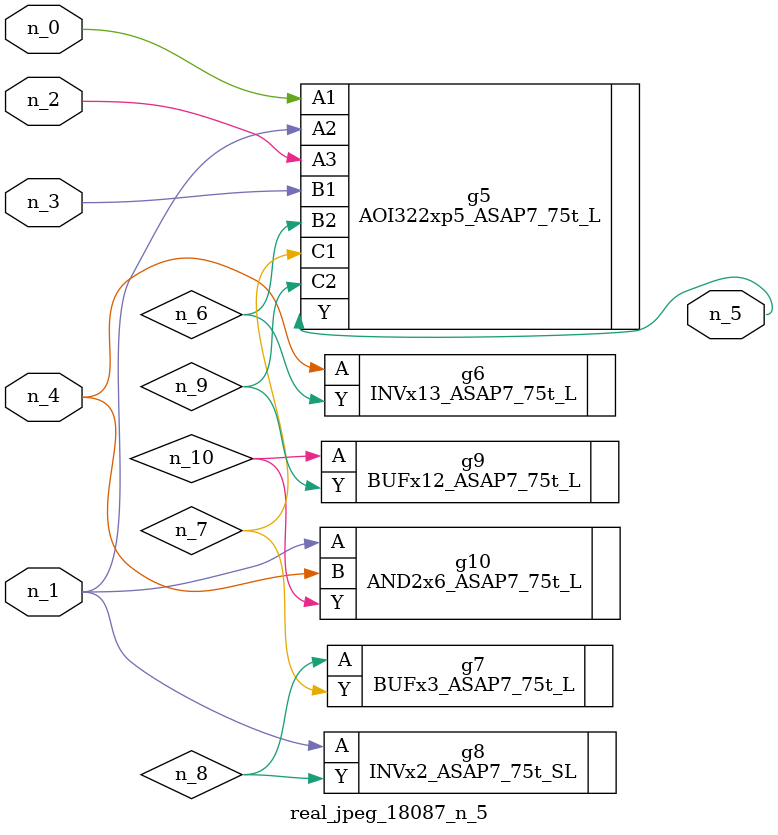
<source format=v>
module real_jpeg_18087_n_5 (n_4, n_0, n_1, n_2, n_3, n_5);

input n_4;
input n_0;
input n_1;
input n_2;
input n_3;

output n_5;

wire n_8;
wire n_6;
wire n_7;
wire n_10;
wire n_9;

AOI322xp5_ASAP7_75t_L g5 ( 
.A1(n_0),
.A2(n_1),
.A3(n_2),
.B1(n_3),
.B2(n_6),
.C1(n_7),
.C2(n_9),
.Y(n_5)
);

INVx2_ASAP7_75t_SL g8 ( 
.A(n_1),
.Y(n_8)
);

AND2x6_ASAP7_75t_L g10 ( 
.A(n_1),
.B(n_4),
.Y(n_10)
);

INVx13_ASAP7_75t_L g6 ( 
.A(n_4),
.Y(n_6)
);

BUFx3_ASAP7_75t_L g7 ( 
.A(n_8),
.Y(n_7)
);

BUFx12_ASAP7_75t_L g9 ( 
.A(n_10),
.Y(n_9)
);


endmodule
</source>
